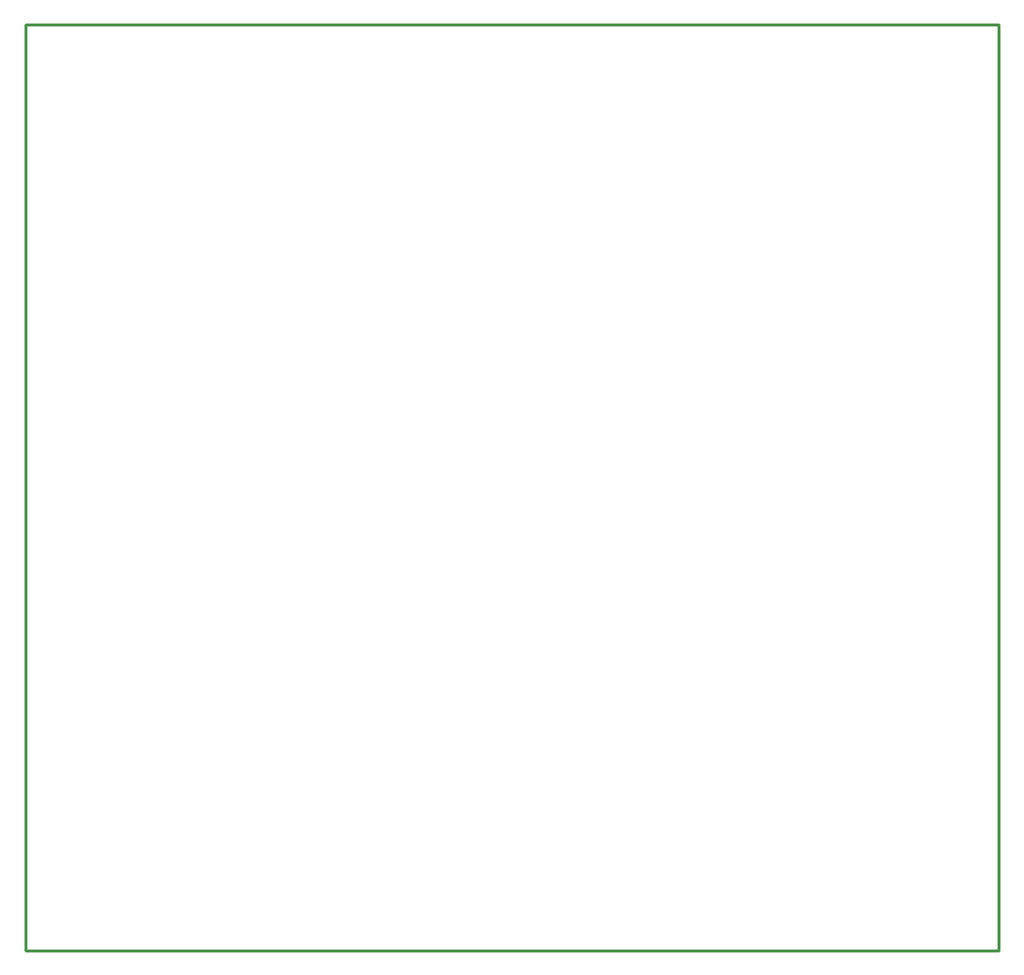
<source format=gko>
G04 Layer: BoardOutline*
G04 EasyEDA v6.4.17, 2021-03-27T11:51:15+01:00*
G04 529596ce29184b6dae0a6c6abc880a80,a5e8219e36ff45ba9783bf595b991e38,10*
G04 Gerber Generator version 0.2*
G04 Scale: 100 percent, Rotated: No, Reflected: No *
G04 Dimensions in millimeters *
G04 leading zeros omitted , absolute positions ,4 integer and 5 decimal *
%FSLAX45Y45*%
%MOMM*%

%ADD10C,0.2540*%
D10*
X0Y0D02*
G01*
X8400000Y0D01*
X8400000Y-7999999D01*
X0Y-7999999D01*
X0Y0D01*

%LPD*%
M02*

</source>
